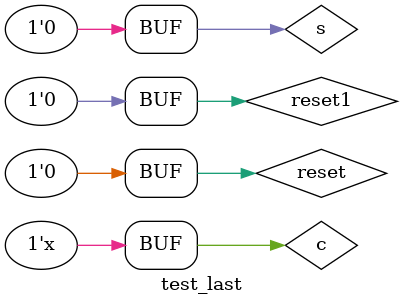
<source format=v>
`timescale 1ns / 1ps


module test_last;

	// Inputs
	reg reset;
	reg reset1;
	reg s;
	reg c;

	// Outputs
	wire [24:0] count;
	wire [2:0] out;
	wire clk_out;

	// Instantiate the Unit Under Test (UUT)
	up_down_counter uut (
		.count(count), 
		.out(out), 
		.clk_out(clk_out), 
		.reset(reset),
		.reset1(reset1),
		.s(s), 
		.c(c)
	);
	   always
		#10 c=~c;
	initial begin
		// Initialize Inputs
		s = 0;
		c = 0;
		reset = 1;
		#100;
		reset =0;
		reset1=1;
		#1000000000;
      reset1=0;
		// Add stimulus here

	end
      
endmodule


</source>
